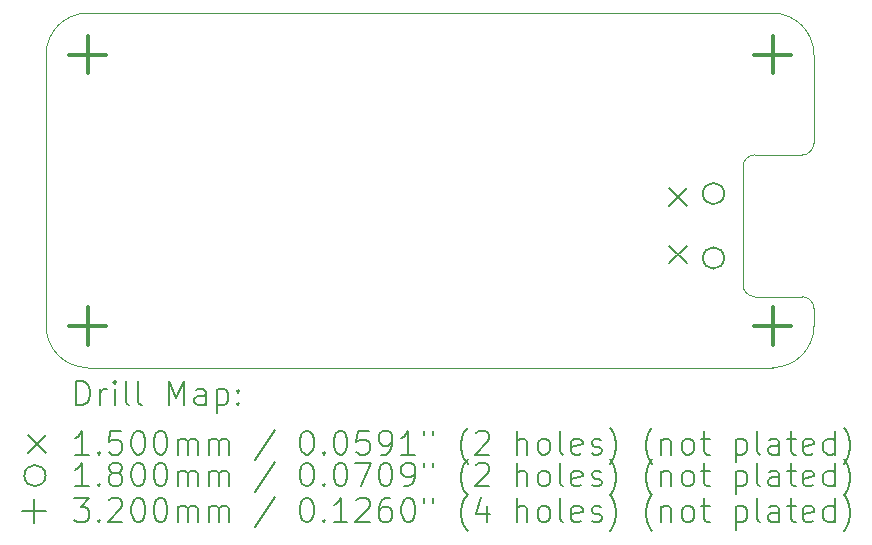
<source format=gbr>
%TF.GenerationSoftware,KiCad,Pcbnew,8.0.3-8.0.3-0~ubuntu22.04.1*%
%TF.CreationDate,2025-01-19T16:51:54+01:00*%
%TF.ProjectId,ADC_pHAT_AFE_ADC10080,4144435f-7048-4415-945f-4146455f4144,rev?*%
%TF.SameCoordinates,PX5cbead0PY5705d50*%
%TF.FileFunction,Drillmap*%
%TF.FilePolarity,Positive*%
%FSLAX45Y45*%
G04 Gerber Fmt 4.5, Leading zero omitted, Abs format (unit mm)*
G04 Created by KiCad (PCBNEW 8.0.3-8.0.3-0~ubuntu22.04.1) date 2025-01-19 16:51:54*
%MOMM*%
%LPD*%
G01*
G04 APERTURE LIST*
%ADD10C,0.100000*%
%ADD11C,0.200000*%
%ADD12C,0.150000*%
%ADD13C,0.180000*%
%ADD14C,0.320000*%
G04 APERTURE END LIST*
D10*
X6500000Y350000D02*
G75*
G02*
X6150000Y0I-350000J0D01*
G01*
X6150000Y0D02*
X350000Y0D01*
X5900000Y1700000D02*
G75*
G02*
X6000000Y1800000I100000J0D01*
G01*
X6000000Y1800000D02*
X6400000Y1800000D01*
X6400000Y600000D02*
G75*
G02*
X6500000Y500000I0J-100000D01*
G01*
X0Y350000D02*
X0Y2650000D01*
X6150000Y3000000D02*
G75*
G02*
X6500000Y2650000I0J-350000D01*
G01*
X5900000Y700000D02*
X5900000Y1700000D01*
X6500000Y1900000D02*
G75*
G02*
X6400000Y1800000I-100000J0D01*
G01*
X6000000Y600000D02*
G75*
G02*
X5900000Y700000I0J100000D01*
G01*
X0Y2650000D02*
G75*
G02*
X350000Y3000000I350000J0D01*
G01*
X350000Y3000000D02*
X6150000Y3000000D01*
X6400000Y600000D02*
X6000000Y600000D01*
X350000Y0D02*
G75*
G02*
X0Y350000I0J350000D01*
G01*
X6500000Y2650000D02*
X6500000Y1900000D01*
X6500000Y500000D02*
X6500000Y350000D01*
D11*
D12*
X5272000Y1517500D02*
X5422000Y1367500D01*
X5422000Y1517500D02*
X5272000Y1367500D01*
X5272000Y1032500D02*
X5422000Y882500D01*
X5422000Y1032500D02*
X5272000Y882500D01*
D13*
X5740000Y1472500D02*
G75*
G02*
X5560000Y1472500I-90000J0D01*
G01*
X5560000Y1472500D02*
G75*
G02*
X5740000Y1472500I90000J0D01*
G01*
X5740000Y927500D02*
G75*
G02*
X5560000Y927500I-90000J0D01*
G01*
X5560000Y927500D02*
G75*
G02*
X5740000Y927500I90000J0D01*
G01*
D14*
X350000Y2810000D02*
X350000Y2490000D01*
X190000Y2650000D02*
X510000Y2650000D01*
X350000Y510000D02*
X350000Y190000D01*
X190000Y350000D02*
X510000Y350000D01*
X6150000Y2810000D02*
X6150000Y2490000D01*
X5990000Y2650000D02*
X6310000Y2650000D01*
X6150000Y510000D02*
X6150000Y190000D01*
X5990000Y350000D02*
X6310000Y350000D01*
D11*
X255777Y-316484D02*
X255777Y-116484D01*
X255777Y-116484D02*
X303396Y-116484D01*
X303396Y-116484D02*
X331967Y-126008D01*
X331967Y-126008D02*
X351015Y-145055D01*
X351015Y-145055D02*
X360539Y-164103D01*
X360539Y-164103D02*
X370062Y-202198D01*
X370062Y-202198D02*
X370062Y-230769D01*
X370062Y-230769D02*
X360539Y-268865D01*
X360539Y-268865D02*
X351015Y-287912D01*
X351015Y-287912D02*
X331967Y-306960D01*
X331967Y-306960D02*
X303396Y-316484D01*
X303396Y-316484D02*
X255777Y-316484D01*
X455777Y-316484D02*
X455777Y-183150D01*
X455777Y-221246D02*
X465301Y-202198D01*
X465301Y-202198D02*
X474824Y-192674D01*
X474824Y-192674D02*
X493872Y-183150D01*
X493872Y-183150D02*
X512920Y-183150D01*
X579586Y-316484D02*
X579586Y-183150D01*
X579586Y-116484D02*
X570063Y-126008D01*
X570063Y-126008D02*
X579586Y-135531D01*
X579586Y-135531D02*
X589110Y-126008D01*
X589110Y-126008D02*
X579586Y-116484D01*
X579586Y-116484D02*
X579586Y-135531D01*
X703396Y-316484D02*
X684348Y-306960D01*
X684348Y-306960D02*
X674824Y-287912D01*
X674824Y-287912D02*
X674824Y-116484D01*
X808158Y-316484D02*
X789110Y-306960D01*
X789110Y-306960D02*
X779586Y-287912D01*
X779586Y-287912D02*
X779586Y-116484D01*
X1036729Y-316484D02*
X1036729Y-116484D01*
X1036729Y-116484D02*
X1103396Y-259341D01*
X1103396Y-259341D02*
X1170063Y-116484D01*
X1170063Y-116484D02*
X1170063Y-316484D01*
X1351015Y-316484D02*
X1351015Y-211722D01*
X1351015Y-211722D02*
X1341491Y-192674D01*
X1341491Y-192674D02*
X1322444Y-183150D01*
X1322444Y-183150D02*
X1284348Y-183150D01*
X1284348Y-183150D02*
X1265301Y-192674D01*
X1351015Y-306960D02*
X1331967Y-316484D01*
X1331967Y-316484D02*
X1284348Y-316484D01*
X1284348Y-316484D02*
X1265301Y-306960D01*
X1265301Y-306960D02*
X1255777Y-287912D01*
X1255777Y-287912D02*
X1255777Y-268865D01*
X1255777Y-268865D02*
X1265301Y-249817D01*
X1265301Y-249817D02*
X1284348Y-240293D01*
X1284348Y-240293D02*
X1331967Y-240293D01*
X1331967Y-240293D02*
X1351015Y-230769D01*
X1446253Y-183150D02*
X1446253Y-383150D01*
X1446253Y-192674D02*
X1465301Y-183150D01*
X1465301Y-183150D02*
X1503396Y-183150D01*
X1503396Y-183150D02*
X1522443Y-192674D01*
X1522443Y-192674D02*
X1531967Y-202198D01*
X1531967Y-202198D02*
X1541491Y-221246D01*
X1541491Y-221246D02*
X1541491Y-278389D01*
X1541491Y-278389D02*
X1531967Y-297436D01*
X1531967Y-297436D02*
X1522443Y-306960D01*
X1522443Y-306960D02*
X1503396Y-316484D01*
X1503396Y-316484D02*
X1465301Y-316484D01*
X1465301Y-316484D02*
X1446253Y-306960D01*
X1627205Y-297436D02*
X1636729Y-306960D01*
X1636729Y-306960D02*
X1627205Y-316484D01*
X1627205Y-316484D02*
X1617682Y-306960D01*
X1617682Y-306960D02*
X1627205Y-297436D01*
X1627205Y-297436D02*
X1627205Y-316484D01*
X1627205Y-192674D02*
X1636729Y-202198D01*
X1636729Y-202198D02*
X1627205Y-211722D01*
X1627205Y-211722D02*
X1617682Y-202198D01*
X1617682Y-202198D02*
X1627205Y-192674D01*
X1627205Y-192674D02*
X1627205Y-211722D01*
D12*
X-155000Y-570000D02*
X-5000Y-720000D01*
X-5000Y-570000D02*
X-155000Y-720000D01*
D11*
X360539Y-736484D02*
X246253Y-736484D01*
X303396Y-736484D02*
X303396Y-536484D01*
X303396Y-536484D02*
X284348Y-565055D01*
X284348Y-565055D02*
X265301Y-584103D01*
X265301Y-584103D02*
X246253Y-593627D01*
X446253Y-717436D02*
X455777Y-726960D01*
X455777Y-726960D02*
X446253Y-736484D01*
X446253Y-736484D02*
X436729Y-726960D01*
X436729Y-726960D02*
X446253Y-717436D01*
X446253Y-717436D02*
X446253Y-736484D01*
X636729Y-536484D02*
X541491Y-536484D01*
X541491Y-536484D02*
X531967Y-631722D01*
X531967Y-631722D02*
X541491Y-622198D01*
X541491Y-622198D02*
X560539Y-612674D01*
X560539Y-612674D02*
X608158Y-612674D01*
X608158Y-612674D02*
X627205Y-622198D01*
X627205Y-622198D02*
X636729Y-631722D01*
X636729Y-631722D02*
X646253Y-650770D01*
X646253Y-650770D02*
X646253Y-698389D01*
X646253Y-698389D02*
X636729Y-717436D01*
X636729Y-717436D02*
X627205Y-726960D01*
X627205Y-726960D02*
X608158Y-736484D01*
X608158Y-736484D02*
X560539Y-736484D01*
X560539Y-736484D02*
X541491Y-726960D01*
X541491Y-726960D02*
X531967Y-717436D01*
X770062Y-536484D02*
X789110Y-536484D01*
X789110Y-536484D02*
X808158Y-546008D01*
X808158Y-546008D02*
X817682Y-555531D01*
X817682Y-555531D02*
X827205Y-574579D01*
X827205Y-574579D02*
X836729Y-612674D01*
X836729Y-612674D02*
X836729Y-660293D01*
X836729Y-660293D02*
X827205Y-698389D01*
X827205Y-698389D02*
X817682Y-717436D01*
X817682Y-717436D02*
X808158Y-726960D01*
X808158Y-726960D02*
X789110Y-736484D01*
X789110Y-736484D02*
X770062Y-736484D01*
X770062Y-736484D02*
X751015Y-726960D01*
X751015Y-726960D02*
X741491Y-717436D01*
X741491Y-717436D02*
X731967Y-698389D01*
X731967Y-698389D02*
X722443Y-660293D01*
X722443Y-660293D02*
X722443Y-612674D01*
X722443Y-612674D02*
X731967Y-574579D01*
X731967Y-574579D02*
X741491Y-555531D01*
X741491Y-555531D02*
X751015Y-546008D01*
X751015Y-546008D02*
X770062Y-536484D01*
X960539Y-536484D02*
X979586Y-536484D01*
X979586Y-536484D02*
X998634Y-546008D01*
X998634Y-546008D02*
X1008158Y-555531D01*
X1008158Y-555531D02*
X1017682Y-574579D01*
X1017682Y-574579D02*
X1027205Y-612674D01*
X1027205Y-612674D02*
X1027205Y-660293D01*
X1027205Y-660293D02*
X1017682Y-698389D01*
X1017682Y-698389D02*
X1008158Y-717436D01*
X1008158Y-717436D02*
X998634Y-726960D01*
X998634Y-726960D02*
X979586Y-736484D01*
X979586Y-736484D02*
X960539Y-736484D01*
X960539Y-736484D02*
X941491Y-726960D01*
X941491Y-726960D02*
X931967Y-717436D01*
X931967Y-717436D02*
X922443Y-698389D01*
X922443Y-698389D02*
X912920Y-660293D01*
X912920Y-660293D02*
X912920Y-612674D01*
X912920Y-612674D02*
X922443Y-574579D01*
X922443Y-574579D02*
X931967Y-555531D01*
X931967Y-555531D02*
X941491Y-546008D01*
X941491Y-546008D02*
X960539Y-536484D01*
X1112920Y-736484D02*
X1112920Y-603150D01*
X1112920Y-622198D02*
X1122444Y-612674D01*
X1122444Y-612674D02*
X1141491Y-603150D01*
X1141491Y-603150D02*
X1170063Y-603150D01*
X1170063Y-603150D02*
X1189110Y-612674D01*
X1189110Y-612674D02*
X1198634Y-631722D01*
X1198634Y-631722D02*
X1198634Y-736484D01*
X1198634Y-631722D02*
X1208158Y-612674D01*
X1208158Y-612674D02*
X1227205Y-603150D01*
X1227205Y-603150D02*
X1255777Y-603150D01*
X1255777Y-603150D02*
X1274825Y-612674D01*
X1274825Y-612674D02*
X1284348Y-631722D01*
X1284348Y-631722D02*
X1284348Y-736484D01*
X1379586Y-736484D02*
X1379586Y-603150D01*
X1379586Y-622198D02*
X1389110Y-612674D01*
X1389110Y-612674D02*
X1408158Y-603150D01*
X1408158Y-603150D02*
X1436729Y-603150D01*
X1436729Y-603150D02*
X1455777Y-612674D01*
X1455777Y-612674D02*
X1465301Y-631722D01*
X1465301Y-631722D02*
X1465301Y-736484D01*
X1465301Y-631722D02*
X1474824Y-612674D01*
X1474824Y-612674D02*
X1493872Y-603150D01*
X1493872Y-603150D02*
X1522443Y-603150D01*
X1522443Y-603150D02*
X1541491Y-612674D01*
X1541491Y-612674D02*
X1551015Y-631722D01*
X1551015Y-631722D02*
X1551015Y-736484D01*
X1941491Y-526960D02*
X1770063Y-784103D01*
X2198634Y-536484D02*
X2217682Y-536484D01*
X2217682Y-536484D02*
X2236729Y-546008D01*
X2236729Y-546008D02*
X2246253Y-555531D01*
X2246253Y-555531D02*
X2255777Y-574579D01*
X2255777Y-574579D02*
X2265301Y-612674D01*
X2265301Y-612674D02*
X2265301Y-660293D01*
X2265301Y-660293D02*
X2255777Y-698389D01*
X2255777Y-698389D02*
X2246253Y-717436D01*
X2246253Y-717436D02*
X2236729Y-726960D01*
X2236729Y-726960D02*
X2217682Y-736484D01*
X2217682Y-736484D02*
X2198634Y-736484D01*
X2198634Y-736484D02*
X2179587Y-726960D01*
X2179587Y-726960D02*
X2170063Y-717436D01*
X2170063Y-717436D02*
X2160539Y-698389D01*
X2160539Y-698389D02*
X2151015Y-660293D01*
X2151015Y-660293D02*
X2151015Y-612674D01*
X2151015Y-612674D02*
X2160539Y-574579D01*
X2160539Y-574579D02*
X2170063Y-555531D01*
X2170063Y-555531D02*
X2179587Y-546008D01*
X2179587Y-546008D02*
X2198634Y-536484D01*
X2351015Y-717436D02*
X2360539Y-726960D01*
X2360539Y-726960D02*
X2351015Y-736484D01*
X2351015Y-736484D02*
X2341491Y-726960D01*
X2341491Y-726960D02*
X2351015Y-717436D01*
X2351015Y-717436D02*
X2351015Y-736484D01*
X2484348Y-536484D02*
X2503396Y-536484D01*
X2503396Y-536484D02*
X2522444Y-546008D01*
X2522444Y-546008D02*
X2531968Y-555531D01*
X2531968Y-555531D02*
X2541491Y-574579D01*
X2541491Y-574579D02*
X2551015Y-612674D01*
X2551015Y-612674D02*
X2551015Y-660293D01*
X2551015Y-660293D02*
X2541491Y-698389D01*
X2541491Y-698389D02*
X2531968Y-717436D01*
X2531968Y-717436D02*
X2522444Y-726960D01*
X2522444Y-726960D02*
X2503396Y-736484D01*
X2503396Y-736484D02*
X2484348Y-736484D01*
X2484348Y-736484D02*
X2465301Y-726960D01*
X2465301Y-726960D02*
X2455777Y-717436D01*
X2455777Y-717436D02*
X2446253Y-698389D01*
X2446253Y-698389D02*
X2436729Y-660293D01*
X2436729Y-660293D02*
X2436729Y-612674D01*
X2436729Y-612674D02*
X2446253Y-574579D01*
X2446253Y-574579D02*
X2455777Y-555531D01*
X2455777Y-555531D02*
X2465301Y-546008D01*
X2465301Y-546008D02*
X2484348Y-536484D01*
X2731968Y-536484D02*
X2636729Y-536484D01*
X2636729Y-536484D02*
X2627206Y-631722D01*
X2627206Y-631722D02*
X2636729Y-622198D01*
X2636729Y-622198D02*
X2655777Y-612674D01*
X2655777Y-612674D02*
X2703396Y-612674D01*
X2703396Y-612674D02*
X2722444Y-622198D01*
X2722444Y-622198D02*
X2731968Y-631722D01*
X2731968Y-631722D02*
X2741491Y-650770D01*
X2741491Y-650770D02*
X2741491Y-698389D01*
X2741491Y-698389D02*
X2731968Y-717436D01*
X2731968Y-717436D02*
X2722444Y-726960D01*
X2722444Y-726960D02*
X2703396Y-736484D01*
X2703396Y-736484D02*
X2655777Y-736484D01*
X2655777Y-736484D02*
X2636729Y-726960D01*
X2636729Y-726960D02*
X2627206Y-717436D01*
X2836729Y-736484D02*
X2874825Y-736484D01*
X2874825Y-736484D02*
X2893872Y-726960D01*
X2893872Y-726960D02*
X2903396Y-717436D01*
X2903396Y-717436D02*
X2922444Y-688865D01*
X2922444Y-688865D02*
X2931967Y-650770D01*
X2931967Y-650770D02*
X2931967Y-574579D01*
X2931967Y-574579D02*
X2922444Y-555531D01*
X2922444Y-555531D02*
X2912920Y-546008D01*
X2912920Y-546008D02*
X2893872Y-536484D01*
X2893872Y-536484D02*
X2855777Y-536484D01*
X2855777Y-536484D02*
X2836729Y-546008D01*
X2836729Y-546008D02*
X2827206Y-555531D01*
X2827206Y-555531D02*
X2817682Y-574579D01*
X2817682Y-574579D02*
X2817682Y-622198D01*
X2817682Y-622198D02*
X2827206Y-641246D01*
X2827206Y-641246D02*
X2836729Y-650770D01*
X2836729Y-650770D02*
X2855777Y-660293D01*
X2855777Y-660293D02*
X2893872Y-660293D01*
X2893872Y-660293D02*
X2912920Y-650770D01*
X2912920Y-650770D02*
X2922444Y-641246D01*
X2922444Y-641246D02*
X2931967Y-622198D01*
X3122444Y-736484D02*
X3008158Y-736484D01*
X3065301Y-736484D02*
X3065301Y-536484D01*
X3065301Y-536484D02*
X3046253Y-565055D01*
X3046253Y-565055D02*
X3027206Y-584103D01*
X3027206Y-584103D02*
X3008158Y-593627D01*
X3198634Y-536484D02*
X3198634Y-574579D01*
X3274825Y-536484D02*
X3274825Y-574579D01*
X3570063Y-812674D02*
X3560539Y-803150D01*
X3560539Y-803150D02*
X3541491Y-774579D01*
X3541491Y-774579D02*
X3531968Y-755531D01*
X3531968Y-755531D02*
X3522444Y-726960D01*
X3522444Y-726960D02*
X3512920Y-679341D01*
X3512920Y-679341D02*
X3512920Y-641246D01*
X3512920Y-641246D02*
X3522444Y-593627D01*
X3522444Y-593627D02*
X3531968Y-565055D01*
X3531968Y-565055D02*
X3541491Y-546008D01*
X3541491Y-546008D02*
X3560539Y-517436D01*
X3560539Y-517436D02*
X3570063Y-507912D01*
X3636729Y-555531D02*
X3646253Y-546008D01*
X3646253Y-546008D02*
X3665301Y-536484D01*
X3665301Y-536484D02*
X3712920Y-536484D01*
X3712920Y-536484D02*
X3731968Y-546008D01*
X3731968Y-546008D02*
X3741491Y-555531D01*
X3741491Y-555531D02*
X3751015Y-574579D01*
X3751015Y-574579D02*
X3751015Y-593627D01*
X3751015Y-593627D02*
X3741491Y-622198D01*
X3741491Y-622198D02*
X3627206Y-736484D01*
X3627206Y-736484D02*
X3751015Y-736484D01*
X3989110Y-736484D02*
X3989110Y-536484D01*
X4074825Y-736484D02*
X4074825Y-631722D01*
X4074825Y-631722D02*
X4065301Y-612674D01*
X4065301Y-612674D02*
X4046253Y-603150D01*
X4046253Y-603150D02*
X4017682Y-603150D01*
X4017682Y-603150D02*
X3998634Y-612674D01*
X3998634Y-612674D02*
X3989110Y-622198D01*
X4198634Y-736484D02*
X4179587Y-726960D01*
X4179587Y-726960D02*
X4170063Y-717436D01*
X4170063Y-717436D02*
X4160539Y-698389D01*
X4160539Y-698389D02*
X4160539Y-641246D01*
X4160539Y-641246D02*
X4170063Y-622198D01*
X4170063Y-622198D02*
X4179587Y-612674D01*
X4179587Y-612674D02*
X4198634Y-603150D01*
X4198634Y-603150D02*
X4227206Y-603150D01*
X4227206Y-603150D02*
X4246253Y-612674D01*
X4246253Y-612674D02*
X4255777Y-622198D01*
X4255777Y-622198D02*
X4265301Y-641246D01*
X4265301Y-641246D02*
X4265301Y-698389D01*
X4265301Y-698389D02*
X4255777Y-717436D01*
X4255777Y-717436D02*
X4246253Y-726960D01*
X4246253Y-726960D02*
X4227206Y-736484D01*
X4227206Y-736484D02*
X4198634Y-736484D01*
X4379587Y-736484D02*
X4360539Y-726960D01*
X4360539Y-726960D02*
X4351015Y-707912D01*
X4351015Y-707912D02*
X4351015Y-536484D01*
X4531968Y-726960D02*
X4512920Y-736484D01*
X4512920Y-736484D02*
X4474825Y-736484D01*
X4474825Y-736484D02*
X4455777Y-726960D01*
X4455777Y-726960D02*
X4446253Y-707912D01*
X4446253Y-707912D02*
X4446253Y-631722D01*
X4446253Y-631722D02*
X4455777Y-612674D01*
X4455777Y-612674D02*
X4474825Y-603150D01*
X4474825Y-603150D02*
X4512920Y-603150D01*
X4512920Y-603150D02*
X4531968Y-612674D01*
X4531968Y-612674D02*
X4541492Y-631722D01*
X4541492Y-631722D02*
X4541492Y-650770D01*
X4541492Y-650770D02*
X4446253Y-669817D01*
X4617682Y-726960D02*
X4636730Y-736484D01*
X4636730Y-736484D02*
X4674825Y-736484D01*
X4674825Y-736484D02*
X4693873Y-726960D01*
X4693873Y-726960D02*
X4703396Y-707912D01*
X4703396Y-707912D02*
X4703396Y-698389D01*
X4703396Y-698389D02*
X4693873Y-679341D01*
X4693873Y-679341D02*
X4674825Y-669817D01*
X4674825Y-669817D02*
X4646253Y-669817D01*
X4646253Y-669817D02*
X4627206Y-660293D01*
X4627206Y-660293D02*
X4617682Y-641246D01*
X4617682Y-641246D02*
X4617682Y-631722D01*
X4617682Y-631722D02*
X4627206Y-612674D01*
X4627206Y-612674D02*
X4646253Y-603150D01*
X4646253Y-603150D02*
X4674825Y-603150D01*
X4674825Y-603150D02*
X4693873Y-612674D01*
X4770063Y-812674D02*
X4779587Y-803150D01*
X4779587Y-803150D02*
X4798634Y-774579D01*
X4798634Y-774579D02*
X4808158Y-755531D01*
X4808158Y-755531D02*
X4817682Y-726960D01*
X4817682Y-726960D02*
X4827206Y-679341D01*
X4827206Y-679341D02*
X4827206Y-641246D01*
X4827206Y-641246D02*
X4817682Y-593627D01*
X4817682Y-593627D02*
X4808158Y-565055D01*
X4808158Y-565055D02*
X4798634Y-546008D01*
X4798634Y-546008D02*
X4779587Y-517436D01*
X4779587Y-517436D02*
X4770063Y-507912D01*
X5131968Y-812674D02*
X5122444Y-803150D01*
X5122444Y-803150D02*
X5103396Y-774579D01*
X5103396Y-774579D02*
X5093873Y-755531D01*
X5093873Y-755531D02*
X5084349Y-726960D01*
X5084349Y-726960D02*
X5074825Y-679341D01*
X5074825Y-679341D02*
X5074825Y-641246D01*
X5074825Y-641246D02*
X5084349Y-593627D01*
X5084349Y-593627D02*
X5093873Y-565055D01*
X5093873Y-565055D02*
X5103396Y-546008D01*
X5103396Y-546008D02*
X5122444Y-517436D01*
X5122444Y-517436D02*
X5131968Y-507912D01*
X5208158Y-603150D02*
X5208158Y-736484D01*
X5208158Y-622198D02*
X5217682Y-612674D01*
X5217682Y-612674D02*
X5236730Y-603150D01*
X5236730Y-603150D02*
X5265301Y-603150D01*
X5265301Y-603150D02*
X5284349Y-612674D01*
X5284349Y-612674D02*
X5293873Y-631722D01*
X5293873Y-631722D02*
X5293873Y-736484D01*
X5417682Y-736484D02*
X5398634Y-726960D01*
X5398634Y-726960D02*
X5389111Y-717436D01*
X5389111Y-717436D02*
X5379587Y-698389D01*
X5379587Y-698389D02*
X5379587Y-641246D01*
X5379587Y-641246D02*
X5389111Y-622198D01*
X5389111Y-622198D02*
X5398634Y-612674D01*
X5398634Y-612674D02*
X5417682Y-603150D01*
X5417682Y-603150D02*
X5446254Y-603150D01*
X5446254Y-603150D02*
X5465301Y-612674D01*
X5465301Y-612674D02*
X5474825Y-622198D01*
X5474825Y-622198D02*
X5484349Y-641246D01*
X5484349Y-641246D02*
X5484349Y-698389D01*
X5484349Y-698389D02*
X5474825Y-717436D01*
X5474825Y-717436D02*
X5465301Y-726960D01*
X5465301Y-726960D02*
X5446254Y-736484D01*
X5446254Y-736484D02*
X5417682Y-736484D01*
X5541492Y-603150D02*
X5617682Y-603150D01*
X5570063Y-536484D02*
X5570063Y-707912D01*
X5570063Y-707912D02*
X5579587Y-726960D01*
X5579587Y-726960D02*
X5598634Y-736484D01*
X5598634Y-736484D02*
X5617682Y-736484D01*
X5836730Y-603150D02*
X5836730Y-803150D01*
X5836730Y-612674D02*
X5855777Y-603150D01*
X5855777Y-603150D02*
X5893873Y-603150D01*
X5893873Y-603150D02*
X5912920Y-612674D01*
X5912920Y-612674D02*
X5922444Y-622198D01*
X5922444Y-622198D02*
X5931968Y-641246D01*
X5931968Y-641246D02*
X5931968Y-698389D01*
X5931968Y-698389D02*
X5922444Y-717436D01*
X5922444Y-717436D02*
X5912920Y-726960D01*
X5912920Y-726960D02*
X5893873Y-736484D01*
X5893873Y-736484D02*
X5855777Y-736484D01*
X5855777Y-736484D02*
X5836730Y-726960D01*
X6046253Y-736484D02*
X6027206Y-726960D01*
X6027206Y-726960D02*
X6017682Y-707912D01*
X6017682Y-707912D02*
X6017682Y-536484D01*
X6208158Y-736484D02*
X6208158Y-631722D01*
X6208158Y-631722D02*
X6198634Y-612674D01*
X6198634Y-612674D02*
X6179587Y-603150D01*
X6179587Y-603150D02*
X6141492Y-603150D01*
X6141492Y-603150D02*
X6122444Y-612674D01*
X6208158Y-726960D02*
X6189111Y-736484D01*
X6189111Y-736484D02*
X6141492Y-736484D01*
X6141492Y-736484D02*
X6122444Y-726960D01*
X6122444Y-726960D02*
X6112920Y-707912D01*
X6112920Y-707912D02*
X6112920Y-688865D01*
X6112920Y-688865D02*
X6122444Y-669817D01*
X6122444Y-669817D02*
X6141492Y-660293D01*
X6141492Y-660293D02*
X6189111Y-660293D01*
X6189111Y-660293D02*
X6208158Y-650770D01*
X6274825Y-603150D02*
X6351015Y-603150D01*
X6303396Y-536484D02*
X6303396Y-707912D01*
X6303396Y-707912D02*
X6312920Y-726960D01*
X6312920Y-726960D02*
X6331968Y-736484D01*
X6331968Y-736484D02*
X6351015Y-736484D01*
X6493873Y-726960D02*
X6474825Y-736484D01*
X6474825Y-736484D02*
X6436730Y-736484D01*
X6436730Y-736484D02*
X6417682Y-726960D01*
X6417682Y-726960D02*
X6408158Y-707912D01*
X6408158Y-707912D02*
X6408158Y-631722D01*
X6408158Y-631722D02*
X6417682Y-612674D01*
X6417682Y-612674D02*
X6436730Y-603150D01*
X6436730Y-603150D02*
X6474825Y-603150D01*
X6474825Y-603150D02*
X6493873Y-612674D01*
X6493873Y-612674D02*
X6503396Y-631722D01*
X6503396Y-631722D02*
X6503396Y-650770D01*
X6503396Y-650770D02*
X6408158Y-669817D01*
X6674825Y-736484D02*
X6674825Y-536484D01*
X6674825Y-726960D02*
X6655777Y-736484D01*
X6655777Y-736484D02*
X6617682Y-736484D01*
X6617682Y-736484D02*
X6598634Y-726960D01*
X6598634Y-726960D02*
X6589111Y-717436D01*
X6589111Y-717436D02*
X6579587Y-698389D01*
X6579587Y-698389D02*
X6579587Y-641246D01*
X6579587Y-641246D02*
X6589111Y-622198D01*
X6589111Y-622198D02*
X6598634Y-612674D01*
X6598634Y-612674D02*
X6617682Y-603150D01*
X6617682Y-603150D02*
X6655777Y-603150D01*
X6655777Y-603150D02*
X6674825Y-612674D01*
X6751015Y-812674D02*
X6760539Y-803150D01*
X6760539Y-803150D02*
X6779587Y-774579D01*
X6779587Y-774579D02*
X6789111Y-755531D01*
X6789111Y-755531D02*
X6798634Y-726960D01*
X6798634Y-726960D02*
X6808158Y-679341D01*
X6808158Y-679341D02*
X6808158Y-641246D01*
X6808158Y-641246D02*
X6798634Y-593627D01*
X6798634Y-593627D02*
X6789111Y-565055D01*
X6789111Y-565055D02*
X6779587Y-546008D01*
X6779587Y-546008D02*
X6760539Y-517436D01*
X6760539Y-517436D02*
X6751015Y-507912D01*
D13*
X-5000Y-915000D02*
G75*
G02*
X-185000Y-915000I-90000J0D01*
G01*
X-185000Y-915000D02*
G75*
G02*
X-5000Y-915000I90000J0D01*
G01*
D11*
X360539Y-1006484D02*
X246253Y-1006484D01*
X303396Y-1006484D02*
X303396Y-806484D01*
X303396Y-806484D02*
X284348Y-835055D01*
X284348Y-835055D02*
X265301Y-854103D01*
X265301Y-854103D02*
X246253Y-863627D01*
X446253Y-987436D02*
X455777Y-996960D01*
X455777Y-996960D02*
X446253Y-1006484D01*
X446253Y-1006484D02*
X436729Y-996960D01*
X436729Y-996960D02*
X446253Y-987436D01*
X446253Y-987436D02*
X446253Y-1006484D01*
X570063Y-892198D02*
X551015Y-882674D01*
X551015Y-882674D02*
X541491Y-873150D01*
X541491Y-873150D02*
X531967Y-854103D01*
X531967Y-854103D02*
X531967Y-844579D01*
X531967Y-844579D02*
X541491Y-825531D01*
X541491Y-825531D02*
X551015Y-816008D01*
X551015Y-816008D02*
X570063Y-806484D01*
X570063Y-806484D02*
X608158Y-806484D01*
X608158Y-806484D02*
X627205Y-816008D01*
X627205Y-816008D02*
X636729Y-825531D01*
X636729Y-825531D02*
X646253Y-844579D01*
X646253Y-844579D02*
X646253Y-854103D01*
X646253Y-854103D02*
X636729Y-873150D01*
X636729Y-873150D02*
X627205Y-882674D01*
X627205Y-882674D02*
X608158Y-892198D01*
X608158Y-892198D02*
X570063Y-892198D01*
X570063Y-892198D02*
X551015Y-901722D01*
X551015Y-901722D02*
X541491Y-911246D01*
X541491Y-911246D02*
X531967Y-930293D01*
X531967Y-930293D02*
X531967Y-968388D01*
X531967Y-968388D02*
X541491Y-987436D01*
X541491Y-987436D02*
X551015Y-996960D01*
X551015Y-996960D02*
X570063Y-1006484D01*
X570063Y-1006484D02*
X608158Y-1006484D01*
X608158Y-1006484D02*
X627205Y-996960D01*
X627205Y-996960D02*
X636729Y-987436D01*
X636729Y-987436D02*
X646253Y-968388D01*
X646253Y-968388D02*
X646253Y-930293D01*
X646253Y-930293D02*
X636729Y-911246D01*
X636729Y-911246D02*
X627205Y-901722D01*
X627205Y-901722D02*
X608158Y-892198D01*
X770062Y-806484D02*
X789110Y-806484D01*
X789110Y-806484D02*
X808158Y-816008D01*
X808158Y-816008D02*
X817682Y-825531D01*
X817682Y-825531D02*
X827205Y-844579D01*
X827205Y-844579D02*
X836729Y-882674D01*
X836729Y-882674D02*
X836729Y-930293D01*
X836729Y-930293D02*
X827205Y-968388D01*
X827205Y-968388D02*
X817682Y-987436D01*
X817682Y-987436D02*
X808158Y-996960D01*
X808158Y-996960D02*
X789110Y-1006484D01*
X789110Y-1006484D02*
X770062Y-1006484D01*
X770062Y-1006484D02*
X751015Y-996960D01*
X751015Y-996960D02*
X741491Y-987436D01*
X741491Y-987436D02*
X731967Y-968388D01*
X731967Y-968388D02*
X722443Y-930293D01*
X722443Y-930293D02*
X722443Y-882674D01*
X722443Y-882674D02*
X731967Y-844579D01*
X731967Y-844579D02*
X741491Y-825531D01*
X741491Y-825531D02*
X751015Y-816008D01*
X751015Y-816008D02*
X770062Y-806484D01*
X960539Y-806484D02*
X979586Y-806484D01*
X979586Y-806484D02*
X998634Y-816008D01*
X998634Y-816008D02*
X1008158Y-825531D01*
X1008158Y-825531D02*
X1017682Y-844579D01*
X1017682Y-844579D02*
X1027205Y-882674D01*
X1027205Y-882674D02*
X1027205Y-930293D01*
X1027205Y-930293D02*
X1017682Y-968388D01*
X1017682Y-968388D02*
X1008158Y-987436D01*
X1008158Y-987436D02*
X998634Y-996960D01*
X998634Y-996960D02*
X979586Y-1006484D01*
X979586Y-1006484D02*
X960539Y-1006484D01*
X960539Y-1006484D02*
X941491Y-996960D01*
X941491Y-996960D02*
X931967Y-987436D01*
X931967Y-987436D02*
X922443Y-968388D01*
X922443Y-968388D02*
X912920Y-930293D01*
X912920Y-930293D02*
X912920Y-882674D01*
X912920Y-882674D02*
X922443Y-844579D01*
X922443Y-844579D02*
X931967Y-825531D01*
X931967Y-825531D02*
X941491Y-816008D01*
X941491Y-816008D02*
X960539Y-806484D01*
X1112920Y-1006484D02*
X1112920Y-873150D01*
X1112920Y-892198D02*
X1122444Y-882674D01*
X1122444Y-882674D02*
X1141491Y-873150D01*
X1141491Y-873150D02*
X1170063Y-873150D01*
X1170063Y-873150D02*
X1189110Y-882674D01*
X1189110Y-882674D02*
X1198634Y-901722D01*
X1198634Y-901722D02*
X1198634Y-1006484D01*
X1198634Y-901722D02*
X1208158Y-882674D01*
X1208158Y-882674D02*
X1227205Y-873150D01*
X1227205Y-873150D02*
X1255777Y-873150D01*
X1255777Y-873150D02*
X1274825Y-882674D01*
X1274825Y-882674D02*
X1284348Y-901722D01*
X1284348Y-901722D02*
X1284348Y-1006484D01*
X1379586Y-1006484D02*
X1379586Y-873150D01*
X1379586Y-892198D02*
X1389110Y-882674D01*
X1389110Y-882674D02*
X1408158Y-873150D01*
X1408158Y-873150D02*
X1436729Y-873150D01*
X1436729Y-873150D02*
X1455777Y-882674D01*
X1455777Y-882674D02*
X1465301Y-901722D01*
X1465301Y-901722D02*
X1465301Y-1006484D01*
X1465301Y-901722D02*
X1474824Y-882674D01*
X1474824Y-882674D02*
X1493872Y-873150D01*
X1493872Y-873150D02*
X1522443Y-873150D01*
X1522443Y-873150D02*
X1541491Y-882674D01*
X1541491Y-882674D02*
X1551015Y-901722D01*
X1551015Y-901722D02*
X1551015Y-1006484D01*
X1941491Y-796960D02*
X1770063Y-1054103D01*
X2198634Y-806484D02*
X2217682Y-806484D01*
X2217682Y-806484D02*
X2236729Y-816008D01*
X2236729Y-816008D02*
X2246253Y-825531D01*
X2246253Y-825531D02*
X2255777Y-844579D01*
X2255777Y-844579D02*
X2265301Y-882674D01*
X2265301Y-882674D02*
X2265301Y-930293D01*
X2265301Y-930293D02*
X2255777Y-968388D01*
X2255777Y-968388D02*
X2246253Y-987436D01*
X2246253Y-987436D02*
X2236729Y-996960D01*
X2236729Y-996960D02*
X2217682Y-1006484D01*
X2217682Y-1006484D02*
X2198634Y-1006484D01*
X2198634Y-1006484D02*
X2179587Y-996960D01*
X2179587Y-996960D02*
X2170063Y-987436D01*
X2170063Y-987436D02*
X2160539Y-968388D01*
X2160539Y-968388D02*
X2151015Y-930293D01*
X2151015Y-930293D02*
X2151015Y-882674D01*
X2151015Y-882674D02*
X2160539Y-844579D01*
X2160539Y-844579D02*
X2170063Y-825531D01*
X2170063Y-825531D02*
X2179587Y-816008D01*
X2179587Y-816008D02*
X2198634Y-806484D01*
X2351015Y-987436D02*
X2360539Y-996960D01*
X2360539Y-996960D02*
X2351015Y-1006484D01*
X2351015Y-1006484D02*
X2341491Y-996960D01*
X2341491Y-996960D02*
X2351015Y-987436D01*
X2351015Y-987436D02*
X2351015Y-1006484D01*
X2484348Y-806484D02*
X2503396Y-806484D01*
X2503396Y-806484D02*
X2522444Y-816008D01*
X2522444Y-816008D02*
X2531968Y-825531D01*
X2531968Y-825531D02*
X2541491Y-844579D01*
X2541491Y-844579D02*
X2551015Y-882674D01*
X2551015Y-882674D02*
X2551015Y-930293D01*
X2551015Y-930293D02*
X2541491Y-968388D01*
X2541491Y-968388D02*
X2531968Y-987436D01*
X2531968Y-987436D02*
X2522444Y-996960D01*
X2522444Y-996960D02*
X2503396Y-1006484D01*
X2503396Y-1006484D02*
X2484348Y-1006484D01*
X2484348Y-1006484D02*
X2465301Y-996960D01*
X2465301Y-996960D02*
X2455777Y-987436D01*
X2455777Y-987436D02*
X2446253Y-968388D01*
X2446253Y-968388D02*
X2436729Y-930293D01*
X2436729Y-930293D02*
X2436729Y-882674D01*
X2436729Y-882674D02*
X2446253Y-844579D01*
X2446253Y-844579D02*
X2455777Y-825531D01*
X2455777Y-825531D02*
X2465301Y-816008D01*
X2465301Y-816008D02*
X2484348Y-806484D01*
X2617682Y-806484D02*
X2751015Y-806484D01*
X2751015Y-806484D02*
X2665301Y-1006484D01*
X2865301Y-806484D02*
X2884348Y-806484D01*
X2884348Y-806484D02*
X2903396Y-816008D01*
X2903396Y-816008D02*
X2912920Y-825531D01*
X2912920Y-825531D02*
X2922444Y-844579D01*
X2922444Y-844579D02*
X2931967Y-882674D01*
X2931967Y-882674D02*
X2931967Y-930293D01*
X2931967Y-930293D02*
X2922444Y-968388D01*
X2922444Y-968388D02*
X2912920Y-987436D01*
X2912920Y-987436D02*
X2903396Y-996960D01*
X2903396Y-996960D02*
X2884348Y-1006484D01*
X2884348Y-1006484D02*
X2865301Y-1006484D01*
X2865301Y-1006484D02*
X2846253Y-996960D01*
X2846253Y-996960D02*
X2836729Y-987436D01*
X2836729Y-987436D02*
X2827206Y-968388D01*
X2827206Y-968388D02*
X2817682Y-930293D01*
X2817682Y-930293D02*
X2817682Y-882674D01*
X2817682Y-882674D02*
X2827206Y-844579D01*
X2827206Y-844579D02*
X2836729Y-825531D01*
X2836729Y-825531D02*
X2846253Y-816008D01*
X2846253Y-816008D02*
X2865301Y-806484D01*
X3027206Y-1006484D02*
X3065301Y-1006484D01*
X3065301Y-1006484D02*
X3084348Y-996960D01*
X3084348Y-996960D02*
X3093872Y-987436D01*
X3093872Y-987436D02*
X3112920Y-958865D01*
X3112920Y-958865D02*
X3122444Y-920769D01*
X3122444Y-920769D02*
X3122444Y-844579D01*
X3122444Y-844579D02*
X3112920Y-825531D01*
X3112920Y-825531D02*
X3103396Y-816008D01*
X3103396Y-816008D02*
X3084348Y-806484D01*
X3084348Y-806484D02*
X3046253Y-806484D01*
X3046253Y-806484D02*
X3027206Y-816008D01*
X3027206Y-816008D02*
X3017682Y-825531D01*
X3017682Y-825531D02*
X3008158Y-844579D01*
X3008158Y-844579D02*
X3008158Y-892198D01*
X3008158Y-892198D02*
X3017682Y-911246D01*
X3017682Y-911246D02*
X3027206Y-920769D01*
X3027206Y-920769D02*
X3046253Y-930293D01*
X3046253Y-930293D02*
X3084348Y-930293D01*
X3084348Y-930293D02*
X3103396Y-920769D01*
X3103396Y-920769D02*
X3112920Y-911246D01*
X3112920Y-911246D02*
X3122444Y-892198D01*
X3198634Y-806484D02*
X3198634Y-844579D01*
X3274825Y-806484D02*
X3274825Y-844579D01*
X3570063Y-1082674D02*
X3560539Y-1073150D01*
X3560539Y-1073150D02*
X3541491Y-1044579D01*
X3541491Y-1044579D02*
X3531968Y-1025531D01*
X3531968Y-1025531D02*
X3522444Y-996960D01*
X3522444Y-996960D02*
X3512920Y-949341D01*
X3512920Y-949341D02*
X3512920Y-911246D01*
X3512920Y-911246D02*
X3522444Y-863627D01*
X3522444Y-863627D02*
X3531968Y-835055D01*
X3531968Y-835055D02*
X3541491Y-816008D01*
X3541491Y-816008D02*
X3560539Y-787436D01*
X3560539Y-787436D02*
X3570063Y-777912D01*
X3636729Y-825531D02*
X3646253Y-816008D01*
X3646253Y-816008D02*
X3665301Y-806484D01*
X3665301Y-806484D02*
X3712920Y-806484D01*
X3712920Y-806484D02*
X3731968Y-816008D01*
X3731968Y-816008D02*
X3741491Y-825531D01*
X3741491Y-825531D02*
X3751015Y-844579D01*
X3751015Y-844579D02*
X3751015Y-863627D01*
X3751015Y-863627D02*
X3741491Y-892198D01*
X3741491Y-892198D02*
X3627206Y-1006484D01*
X3627206Y-1006484D02*
X3751015Y-1006484D01*
X3989110Y-1006484D02*
X3989110Y-806484D01*
X4074825Y-1006484D02*
X4074825Y-901722D01*
X4074825Y-901722D02*
X4065301Y-882674D01*
X4065301Y-882674D02*
X4046253Y-873150D01*
X4046253Y-873150D02*
X4017682Y-873150D01*
X4017682Y-873150D02*
X3998634Y-882674D01*
X3998634Y-882674D02*
X3989110Y-892198D01*
X4198634Y-1006484D02*
X4179587Y-996960D01*
X4179587Y-996960D02*
X4170063Y-987436D01*
X4170063Y-987436D02*
X4160539Y-968388D01*
X4160539Y-968388D02*
X4160539Y-911246D01*
X4160539Y-911246D02*
X4170063Y-892198D01*
X4170063Y-892198D02*
X4179587Y-882674D01*
X4179587Y-882674D02*
X4198634Y-873150D01*
X4198634Y-873150D02*
X4227206Y-873150D01*
X4227206Y-873150D02*
X4246253Y-882674D01*
X4246253Y-882674D02*
X4255777Y-892198D01*
X4255777Y-892198D02*
X4265301Y-911246D01*
X4265301Y-911246D02*
X4265301Y-968388D01*
X4265301Y-968388D02*
X4255777Y-987436D01*
X4255777Y-987436D02*
X4246253Y-996960D01*
X4246253Y-996960D02*
X4227206Y-1006484D01*
X4227206Y-1006484D02*
X4198634Y-1006484D01*
X4379587Y-1006484D02*
X4360539Y-996960D01*
X4360539Y-996960D02*
X4351015Y-977912D01*
X4351015Y-977912D02*
X4351015Y-806484D01*
X4531968Y-996960D02*
X4512920Y-1006484D01*
X4512920Y-1006484D02*
X4474825Y-1006484D01*
X4474825Y-1006484D02*
X4455777Y-996960D01*
X4455777Y-996960D02*
X4446253Y-977912D01*
X4446253Y-977912D02*
X4446253Y-901722D01*
X4446253Y-901722D02*
X4455777Y-882674D01*
X4455777Y-882674D02*
X4474825Y-873150D01*
X4474825Y-873150D02*
X4512920Y-873150D01*
X4512920Y-873150D02*
X4531968Y-882674D01*
X4531968Y-882674D02*
X4541492Y-901722D01*
X4541492Y-901722D02*
X4541492Y-920769D01*
X4541492Y-920769D02*
X4446253Y-939817D01*
X4617682Y-996960D02*
X4636730Y-1006484D01*
X4636730Y-1006484D02*
X4674825Y-1006484D01*
X4674825Y-1006484D02*
X4693873Y-996960D01*
X4693873Y-996960D02*
X4703396Y-977912D01*
X4703396Y-977912D02*
X4703396Y-968388D01*
X4703396Y-968388D02*
X4693873Y-949341D01*
X4693873Y-949341D02*
X4674825Y-939817D01*
X4674825Y-939817D02*
X4646253Y-939817D01*
X4646253Y-939817D02*
X4627206Y-930293D01*
X4627206Y-930293D02*
X4617682Y-911246D01*
X4617682Y-911246D02*
X4617682Y-901722D01*
X4617682Y-901722D02*
X4627206Y-882674D01*
X4627206Y-882674D02*
X4646253Y-873150D01*
X4646253Y-873150D02*
X4674825Y-873150D01*
X4674825Y-873150D02*
X4693873Y-882674D01*
X4770063Y-1082674D02*
X4779587Y-1073150D01*
X4779587Y-1073150D02*
X4798634Y-1044579D01*
X4798634Y-1044579D02*
X4808158Y-1025531D01*
X4808158Y-1025531D02*
X4817682Y-996960D01*
X4817682Y-996960D02*
X4827206Y-949341D01*
X4827206Y-949341D02*
X4827206Y-911246D01*
X4827206Y-911246D02*
X4817682Y-863627D01*
X4817682Y-863627D02*
X4808158Y-835055D01*
X4808158Y-835055D02*
X4798634Y-816008D01*
X4798634Y-816008D02*
X4779587Y-787436D01*
X4779587Y-787436D02*
X4770063Y-777912D01*
X5131968Y-1082674D02*
X5122444Y-1073150D01*
X5122444Y-1073150D02*
X5103396Y-1044579D01*
X5103396Y-1044579D02*
X5093873Y-1025531D01*
X5093873Y-1025531D02*
X5084349Y-996960D01*
X5084349Y-996960D02*
X5074825Y-949341D01*
X5074825Y-949341D02*
X5074825Y-911246D01*
X5074825Y-911246D02*
X5084349Y-863627D01*
X5084349Y-863627D02*
X5093873Y-835055D01*
X5093873Y-835055D02*
X5103396Y-816008D01*
X5103396Y-816008D02*
X5122444Y-787436D01*
X5122444Y-787436D02*
X5131968Y-777912D01*
X5208158Y-873150D02*
X5208158Y-1006484D01*
X5208158Y-892198D02*
X5217682Y-882674D01*
X5217682Y-882674D02*
X5236730Y-873150D01*
X5236730Y-873150D02*
X5265301Y-873150D01*
X5265301Y-873150D02*
X5284349Y-882674D01*
X5284349Y-882674D02*
X5293873Y-901722D01*
X5293873Y-901722D02*
X5293873Y-1006484D01*
X5417682Y-1006484D02*
X5398634Y-996960D01*
X5398634Y-996960D02*
X5389111Y-987436D01*
X5389111Y-987436D02*
X5379587Y-968388D01*
X5379587Y-968388D02*
X5379587Y-911246D01*
X5379587Y-911246D02*
X5389111Y-892198D01*
X5389111Y-892198D02*
X5398634Y-882674D01*
X5398634Y-882674D02*
X5417682Y-873150D01*
X5417682Y-873150D02*
X5446254Y-873150D01*
X5446254Y-873150D02*
X5465301Y-882674D01*
X5465301Y-882674D02*
X5474825Y-892198D01*
X5474825Y-892198D02*
X5484349Y-911246D01*
X5484349Y-911246D02*
X5484349Y-968388D01*
X5484349Y-968388D02*
X5474825Y-987436D01*
X5474825Y-987436D02*
X5465301Y-996960D01*
X5465301Y-996960D02*
X5446254Y-1006484D01*
X5446254Y-1006484D02*
X5417682Y-1006484D01*
X5541492Y-873150D02*
X5617682Y-873150D01*
X5570063Y-806484D02*
X5570063Y-977912D01*
X5570063Y-977912D02*
X5579587Y-996960D01*
X5579587Y-996960D02*
X5598634Y-1006484D01*
X5598634Y-1006484D02*
X5617682Y-1006484D01*
X5836730Y-873150D02*
X5836730Y-1073150D01*
X5836730Y-882674D02*
X5855777Y-873150D01*
X5855777Y-873150D02*
X5893873Y-873150D01*
X5893873Y-873150D02*
X5912920Y-882674D01*
X5912920Y-882674D02*
X5922444Y-892198D01*
X5922444Y-892198D02*
X5931968Y-911246D01*
X5931968Y-911246D02*
X5931968Y-968388D01*
X5931968Y-968388D02*
X5922444Y-987436D01*
X5922444Y-987436D02*
X5912920Y-996960D01*
X5912920Y-996960D02*
X5893873Y-1006484D01*
X5893873Y-1006484D02*
X5855777Y-1006484D01*
X5855777Y-1006484D02*
X5836730Y-996960D01*
X6046253Y-1006484D02*
X6027206Y-996960D01*
X6027206Y-996960D02*
X6017682Y-977912D01*
X6017682Y-977912D02*
X6017682Y-806484D01*
X6208158Y-1006484D02*
X6208158Y-901722D01*
X6208158Y-901722D02*
X6198634Y-882674D01*
X6198634Y-882674D02*
X6179587Y-873150D01*
X6179587Y-873150D02*
X6141492Y-873150D01*
X6141492Y-873150D02*
X6122444Y-882674D01*
X6208158Y-996960D02*
X6189111Y-1006484D01*
X6189111Y-1006484D02*
X6141492Y-1006484D01*
X6141492Y-1006484D02*
X6122444Y-996960D01*
X6122444Y-996960D02*
X6112920Y-977912D01*
X6112920Y-977912D02*
X6112920Y-958865D01*
X6112920Y-958865D02*
X6122444Y-939817D01*
X6122444Y-939817D02*
X6141492Y-930293D01*
X6141492Y-930293D02*
X6189111Y-930293D01*
X6189111Y-930293D02*
X6208158Y-920769D01*
X6274825Y-873150D02*
X6351015Y-873150D01*
X6303396Y-806484D02*
X6303396Y-977912D01*
X6303396Y-977912D02*
X6312920Y-996960D01*
X6312920Y-996960D02*
X6331968Y-1006484D01*
X6331968Y-1006484D02*
X6351015Y-1006484D01*
X6493873Y-996960D02*
X6474825Y-1006484D01*
X6474825Y-1006484D02*
X6436730Y-1006484D01*
X6436730Y-1006484D02*
X6417682Y-996960D01*
X6417682Y-996960D02*
X6408158Y-977912D01*
X6408158Y-977912D02*
X6408158Y-901722D01*
X6408158Y-901722D02*
X6417682Y-882674D01*
X6417682Y-882674D02*
X6436730Y-873150D01*
X6436730Y-873150D02*
X6474825Y-873150D01*
X6474825Y-873150D02*
X6493873Y-882674D01*
X6493873Y-882674D02*
X6503396Y-901722D01*
X6503396Y-901722D02*
X6503396Y-920769D01*
X6503396Y-920769D02*
X6408158Y-939817D01*
X6674825Y-1006484D02*
X6674825Y-806484D01*
X6674825Y-996960D02*
X6655777Y-1006484D01*
X6655777Y-1006484D02*
X6617682Y-1006484D01*
X6617682Y-1006484D02*
X6598634Y-996960D01*
X6598634Y-996960D02*
X6589111Y-987436D01*
X6589111Y-987436D02*
X6579587Y-968388D01*
X6579587Y-968388D02*
X6579587Y-911246D01*
X6579587Y-911246D02*
X6589111Y-892198D01*
X6589111Y-892198D02*
X6598634Y-882674D01*
X6598634Y-882674D02*
X6617682Y-873150D01*
X6617682Y-873150D02*
X6655777Y-873150D01*
X6655777Y-873150D02*
X6674825Y-882674D01*
X6751015Y-1082674D02*
X6760539Y-1073150D01*
X6760539Y-1073150D02*
X6779587Y-1044579D01*
X6779587Y-1044579D02*
X6789111Y-1025531D01*
X6789111Y-1025531D02*
X6798634Y-996960D01*
X6798634Y-996960D02*
X6808158Y-949341D01*
X6808158Y-949341D02*
X6808158Y-911246D01*
X6808158Y-911246D02*
X6798634Y-863627D01*
X6798634Y-863627D02*
X6789111Y-835055D01*
X6789111Y-835055D02*
X6779587Y-816008D01*
X6779587Y-816008D02*
X6760539Y-787436D01*
X6760539Y-787436D02*
X6751015Y-777912D01*
X-105000Y-1115000D02*
X-105000Y-1315000D01*
X-205000Y-1215000D02*
X-5000Y-1215000D01*
X236729Y-1106484D02*
X360539Y-1106484D01*
X360539Y-1106484D02*
X293872Y-1182674D01*
X293872Y-1182674D02*
X322444Y-1182674D01*
X322444Y-1182674D02*
X341491Y-1192198D01*
X341491Y-1192198D02*
X351015Y-1201722D01*
X351015Y-1201722D02*
X360539Y-1220770D01*
X360539Y-1220770D02*
X360539Y-1268389D01*
X360539Y-1268389D02*
X351015Y-1287436D01*
X351015Y-1287436D02*
X341491Y-1296960D01*
X341491Y-1296960D02*
X322444Y-1306484D01*
X322444Y-1306484D02*
X265301Y-1306484D01*
X265301Y-1306484D02*
X246253Y-1296960D01*
X246253Y-1296960D02*
X236729Y-1287436D01*
X446253Y-1287436D02*
X455777Y-1296960D01*
X455777Y-1296960D02*
X446253Y-1306484D01*
X446253Y-1306484D02*
X436729Y-1296960D01*
X436729Y-1296960D02*
X446253Y-1287436D01*
X446253Y-1287436D02*
X446253Y-1306484D01*
X531967Y-1125531D02*
X541491Y-1116008D01*
X541491Y-1116008D02*
X560539Y-1106484D01*
X560539Y-1106484D02*
X608158Y-1106484D01*
X608158Y-1106484D02*
X627205Y-1116008D01*
X627205Y-1116008D02*
X636729Y-1125531D01*
X636729Y-1125531D02*
X646253Y-1144579D01*
X646253Y-1144579D02*
X646253Y-1163627D01*
X646253Y-1163627D02*
X636729Y-1192198D01*
X636729Y-1192198D02*
X522443Y-1306484D01*
X522443Y-1306484D02*
X646253Y-1306484D01*
X770062Y-1106484D02*
X789110Y-1106484D01*
X789110Y-1106484D02*
X808158Y-1116008D01*
X808158Y-1116008D02*
X817682Y-1125531D01*
X817682Y-1125531D02*
X827205Y-1144579D01*
X827205Y-1144579D02*
X836729Y-1182674D01*
X836729Y-1182674D02*
X836729Y-1230293D01*
X836729Y-1230293D02*
X827205Y-1268389D01*
X827205Y-1268389D02*
X817682Y-1287436D01*
X817682Y-1287436D02*
X808158Y-1296960D01*
X808158Y-1296960D02*
X789110Y-1306484D01*
X789110Y-1306484D02*
X770062Y-1306484D01*
X770062Y-1306484D02*
X751015Y-1296960D01*
X751015Y-1296960D02*
X741491Y-1287436D01*
X741491Y-1287436D02*
X731967Y-1268389D01*
X731967Y-1268389D02*
X722443Y-1230293D01*
X722443Y-1230293D02*
X722443Y-1182674D01*
X722443Y-1182674D02*
X731967Y-1144579D01*
X731967Y-1144579D02*
X741491Y-1125531D01*
X741491Y-1125531D02*
X751015Y-1116008D01*
X751015Y-1116008D02*
X770062Y-1106484D01*
X960539Y-1106484D02*
X979586Y-1106484D01*
X979586Y-1106484D02*
X998634Y-1116008D01*
X998634Y-1116008D02*
X1008158Y-1125531D01*
X1008158Y-1125531D02*
X1017682Y-1144579D01*
X1017682Y-1144579D02*
X1027205Y-1182674D01*
X1027205Y-1182674D02*
X1027205Y-1230293D01*
X1027205Y-1230293D02*
X1017682Y-1268389D01*
X1017682Y-1268389D02*
X1008158Y-1287436D01*
X1008158Y-1287436D02*
X998634Y-1296960D01*
X998634Y-1296960D02*
X979586Y-1306484D01*
X979586Y-1306484D02*
X960539Y-1306484D01*
X960539Y-1306484D02*
X941491Y-1296960D01*
X941491Y-1296960D02*
X931967Y-1287436D01*
X931967Y-1287436D02*
X922443Y-1268389D01*
X922443Y-1268389D02*
X912920Y-1230293D01*
X912920Y-1230293D02*
X912920Y-1182674D01*
X912920Y-1182674D02*
X922443Y-1144579D01*
X922443Y-1144579D02*
X931967Y-1125531D01*
X931967Y-1125531D02*
X941491Y-1116008D01*
X941491Y-1116008D02*
X960539Y-1106484D01*
X1112920Y-1306484D02*
X1112920Y-1173150D01*
X1112920Y-1192198D02*
X1122444Y-1182674D01*
X1122444Y-1182674D02*
X1141491Y-1173150D01*
X1141491Y-1173150D02*
X1170063Y-1173150D01*
X1170063Y-1173150D02*
X1189110Y-1182674D01*
X1189110Y-1182674D02*
X1198634Y-1201722D01*
X1198634Y-1201722D02*
X1198634Y-1306484D01*
X1198634Y-1201722D02*
X1208158Y-1182674D01*
X1208158Y-1182674D02*
X1227205Y-1173150D01*
X1227205Y-1173150D02*
X1255777Y-1173150D01*
X1255777Y-1173150D02*
X1274825Y-1182674D01*
X1274825Y-1182674D02*
X1284348Y-1201722D01*
X1284348Y-1201722D02*
X1284348Y-1306484D01*
X1379586Y-1306484D02*
X1379586Y-1173150D01*
X1379586Y-1192198D02*
X1389110Y-1182674D01*
X1389110Y-1182674D02*
X1408158Y-1173150D01*
X1408158Y-1173150D02*
X1436729Y-1173150D01*
X1436729Y-1173150D02*
X1455777Y-1182674D01*
X1455777Y-1182674D02*
X1465301Y-1201722D01*
X1465301Y-1201722D02*
X1465301Y-1306484D01*
X1465301Y-1201722D02*
X1474824Y-1182674D01*
X1474824Y-1182674D02*
X1493872Y-1173150D01*
X1493872Y-1173150D02*
X1522443Y-1173150D01*
X1522443Y-1173150D02*
X1541491Y-1182674D01*
X1541491Y-1182674D02*
X1551015Y-1201722D01*
X1551015Y-1201722D02*
X1551015Y-1306484D01*
X1941491Y-1096960D02*
X1770063Y-1354103D01*
X2198634Y-1106484D02*
X2217682Y-1106484D01*
X2217682Y-1106484D02*
X2236729Y-1116008D01*
X2236729Y-1116008D02*
X2246253Y-1125531D01*
X2246253Y-1125531D02*
X2255777Y-1144579D01*
X2255777Y-1144579D02*
X2265301Y-1182674D01*
X2265301Y-1182674D02*
X2265301Y-1230293D01*
X2265301Y-1230293D02*
X2255777Y-1268389D01*
X2255777Y-1268389D02*
X2246253Y-1287436D01*
X2246253Y-1287436D02*
X2236729Y-1296960D01*
X2236729Y-1296960D02*
X2217682Y-1306484D01*
X2217682Y-1306484D02*
X2198634Y-1306484D01*
X2198634Y-1306484D02*
X2179587Y-1296960D01*
X2179587Y-1296960D02*
X2170063Y-1287436D01*
X2170063Y-1287436D02*
X2160539Y-1268389D01*
X2160539Y-1268389D02*
X2151015Y-1230293D01*
X2151015Y-1230293D02*
X2151015Y-1182674D01*
X2151015Y-1182674D02*
X2160539Y-1144579D01*
X2160539Y-1144579D02*
X2170063Y-1125531D01*
X2170063Y-1125531D02*
X2179587Y-1116008D01*
X2179587Y-1116008D02*
X2198634Y-1106484D01*
X2351015Y-1287436D02*
X2360539Y-1296960D01*
X2360539Y-1296960D02*
X2351015Y-1306484D01*
X2351015Y-1306484D02*
X2341491Y-1296960D01*
X2341491Y-1296960D02*
X2351015Y-1287436D01*
X2351015Y-1287436D02*
X2351015Y-1306484D01*
X2551015Y-1306484D02*
X2436729Y-1306484D01*
X2493872Y-1306484D02*
X2493872Y-1106484D01*
X2493872Y-1106484D02*
X2474825Y-1135055D01*
X2474825Y-1135055D02*
X2455777Y-1154103D01*
X2455777Y-1154103D02*
X2436729Y-1163627D01*
X2627206Y-1125531D02*
X2636729Y-1116008D01*
X2636729Y-1116008D02*
X2655777Y-1106484D01*
X2655777Y-1106484D02*
X2703396Y-1106484D01*
X2703396Y-1106484D02*
X2722444Y-1116008D01*
X2722444Y-1116008D02*
X2731968Y-1125531D01*
X2731968Y-1125531D02*
X2741491Y-1144579D01*
X2741491Y-1144579D02*
X2741491Y-1163627D01*
X2741491Y-1163627D02*
X2731968Y-1192198D01*
X2731968Y-1192198D02*
X2617682Y-1306484D01*
X2617682Y-1306484D02*
X2741491Y-1306484D01*
X2912920Y-1106484D02*
X2874825Y-1106484D01*
X2874825Y-1106484D02*
X2855777Y-1116008D01*
X2855777Y-1116008D02*
X2846253Y-1125531D01*
X2846253Y-1125531D02*
X2827206Y-1154103D01*
X2827206Y-1154103D02*
X2817682Y-1192198D01*
X2817682Y-1192198D02*
X2817682Y-1268389D01*
X2817682Y-1268389D02*
X2827206Y-1287436D01*
X2827206Y-1287436D02*
X2836729Y-1296960D01*
X2836729Y-1296960D02*
X2855777Y-1306484D01*
X2855777Y-1306484D02*
X2893872Y-1306484D01*
X2893872Y-1306484D02*
X2912920Y-1296960D01*
X2912920Y-1296960D02*
X2922444Y-1287436D01*
X2922444Y-1287436D02*
X2931967Y-1268389D01*
X2931967Y-1268389D02*
X2931967Y-1220770D01*
X2931967Y-1220770D02*
X2922444Y-1201722D01*
X2922444Y-1201722D02*
X2912920Y-1192198D01*
X2912920Y-1192198D02*
X2893872Y-1182674D01*
X2893872Y-1182674D02*
X2855777Y-1182674D01*
X2855777Y-1182674D02*
X2836729Y-1192198D01*
X2836729Y-1192198D02*
X2827206Y-1201722D01*
X2827206Y-1201722D02*
X2817682Y-1220770D01*
X3055777Y-1106484D02*
X3074825Y-1106484D01*
X3074825Y-1106484D02*
X3093872Y-1116008D01*
X3093872Y-1116008D02*
X3103396Y-1125531D01*
X3103396Y-1125531D02*
X3112920Y-1144579D01*
X3112920Y-1144579D02*
X3122444Y-1182674D01*
X3122444Y-1182674D02*
X3122444Y-1230293D01*
X3122444Y-1230293D02*
X3112920Y-1268389D01*
X3112920Y-1268389D02*
X3103396Y-1287436D01*
X3103396Y-1287436D02*
X3093872Y-1296960D01*
X3093872Y-1296960D02*
X3074825Y-1306484D01*
X3074825Y-1306484D02*
X3055777Y-1306484D01*
X3055777Y-1306484D02*
X3036729Y-1296960D01*
X3036729Y-1296960D02*
X3027206Y-1287436D01*
X3027206Y-1287436D02*
X3017682Y-1268389D01*
X3017682Y-1268389D02*
X3008158Y-1230293D01*
X3008158Y-1230293D02*
X3008158Y-1182674D01*
X3008158Y-1182674D02*
X3017682Y-1144579D01*
X3017682Y-1144579D02*
X3027206Y-1125531D01*
X3027206Y-1125531D02*
X3036729Y-1116008D01*
X3036729Y-1116008D02*
X3055777Y-1106484D01*
X3198634Y-1106484D02*
X3198634Y-1144579D01*
X3274825Y-1106484D02*
X3274825Y-1144579D01*
X3570063Y-1382674D02*
X3560539Y-1373150D01*
X3560539Y-1373150D02*
X3541491Y-1344579D01*
X3541491Y-1344579D02*
X3531968Y-1325531D01*
X3531968Y-1325531D02*
X3522444Y-1296960D01*
X3522444Y-1296960D02*
X3512920Y-1249341D01*
X3512920Y-1249341D02*
X3512920Y-1211246D01*
X3512920Y-1211246D02*
X3522444Y-1163627D01*
X3522444Y-1163627D02*
X3531968Y-1135055D01*
X3531968Y-1135055D02*
X3541491Y-1116008D01*
X3541491Y-1116008D02*
X3560539Y-1087436D01*
X3560539Y-1087436D02*
X3570063Y-1077912D01*
X3731968Y-1173150D02*
X3731968Y-1306484D01*
X3684348Y-1096960D02*
X3636729Y-1239817D01*
X3636729Y-1239817D02*
X3760539Y-1239817D01*
X3989110Y-1306484D02*
X3989110Y-1106484D01*
X4074825Y-1306484D02*
X4074825Y-1201722D01*
X4074825Y-1201722D02*
X4065301Y-1182674D01*
X4065301Y-1182674D02*
X4046253Y-1173150D01*
X4046253Y-1173150D02*
X4017682Y-1173150D01*
X4017682Y-1173150D02*
X3998634Y-1182674D01*
X3998634Y-1182674D02*
X3989110Y-1192198D01*
X4198634Y-1306484D02*
X4179587Y-1296960D01*
X4179587Y-1296960D02*
X4170063Y-1287436D01*
X4170063Y-1287436D02*
X4160539Y-1268389D01*
X4160539Y-1268389D02*
X4160539Y-1211246D01*
X4160539Y-1211246D02*
X4170063Y-1192198D01*
X4170063Y-1192198D02*
X4179587Y-1182674D01*
X4179587Y-1182674D02*
X4198634Y-1173150D01*
X4198634Y-1173150D02*
X4227206Y-1173150D01*
X4227206Y-1173150D02*
X4246253Y-1182674D01*
X4246253Y-1182674D02*
X4255777Y-1192198D01*
X4255777Y-1192198D02*
X4265301Y-1211246D01*
X4265301Y-1211246D02*
X4265301Y-1268389D01*
X4265301Y-1268389D02*
X4255777Y-1287436D01*
X4255777Y-1287436D02*
X4246253Y-1296960D01*
X4246253Y-1296960D02*
X4227206Y-1306484D01*
X4227206Y-1306484D02*
X4198634Y-1306484D01*
X4379587Y-1306484D02*
X4360539Y-1296960D01*
X4360539Y-1296960D02*
X4351015Y-1277912D01*
X4351015Y-1277912D02*
X4351015Y-1106484D01*
X4531968Y-1296960D02*
X4512920Y-1306484D01*
X4512920Y-1306484D02*
X4474825Y-1306484D01*
X4474825Y-1306484D02*
X4455777Y-1296960D01*
X4455777Y-1296960D02*
X4446253Y-1277912D01*
X4446253Y-1277912D02*
X4446253Y-1201722D01*
X4446253Y-1201722D02*
X4455777Y-1182674D01*
X4455777Y-1182674D02*
X4474825Y-1173150D01*
X4474825Y-1173150D02*
X4512920Y-1173150D01*
X4512920Y-1173150D02*
X4531968Y-1182674D01*
X4531968Y-1182674D02*
X4541492Y-1201722D01*
X4541492Y-1201722D02*
X4541492Y-1220770D01*
X4541492Y-1220770D02*
X4446253Y-1239817D01*
X4617682Y-1296960D02*
X4636730Y-1306484D01*
X4636730Y-1306484D02*
X4674825Y-1306484D01*
X4674825Y-1306484D02*
X4693873Y-1296960D01*
X4693873Y-1296960D02*
X4703396Y-1277912D01*
X4703396Y-1277912D02*
X4703396Y-1268389D01*
X4703396Y-1268389D02*
X4693873Y-1249341D01*
X4693873Y-1249341D02*
X4674825Y-1239817D01*
X4674825Y-1239817D02*
X4646253Y-1239817D01*
X4646253Y-1239817D02*
X4627206Y-1230293D01*
X4627206Y-1230293D02*
X4617682Y-1211246D01*
X4617682Y-1211246D02*
X4617682Y-1201722D01*
X4617682Y-1201722D02*
X4627206Y-1182674D01*
X4627206Y-1182674D02*
X4646253Y-1173150D01*
X4646253Y-1173150D02*
X4674825Y-1173150D01*
X4674825Y-1173150D02*
X4693873Y-1182674D01*
X4770063Y-1382674D02*
X4779587Y-1373150D01*
X4779587Y-1373150D02*
X4798634Y-1344579D01*
X4798634Y-1344579D02*
X4808158Y-1325531D01*
X4808158Y-1325531D02*
X4817682Y-1296960D01*
X4817682Y-1296960D02*
X4827206Y-1249341D01*
X4827206Y-1249341D02*
X4827206Y-1211246D01*
X4827206Y-1211246D02*
X4817682Y-1163627D01*
X4817682Y-1163627D02*
X4808158Y-1135055D01*
X4808158Y-1135055D02*
X4798634Y-1116008D01*
X4798634Y-1116008D02*
X4779587Y-1087436D01*
X4779587Y-1087436D02*
X4770063Y-1077912D01*
X5131968Y-1382674D02*
X5122444Y-1373150D01*
X5122444Y-1373150D02*
X5103396Y-1344579D01*
X5103396Y-1344579D02*
X5093873Y-1325531D01*
X5093873Y-1325531D02*
X5084349Y-1296960D01*
X5084349Y-1296960D02*
X5074825Y-1249341D01*
X5074825Y-1249341D02*
X5074825Y-1211246D01*
X5074825Y-1211246D02*
X5084349Y-1163627D01*
X5084349Y-1163627D02*
X5093873Y-1135055D01*
X5093873Y-1135055D02*
X5103396Y-1116008D01*
X5103396Y-1116008D02*
X5122444Y-1087436D01*
X5122444Y-1087436D02*
X5131968Y-1077912D01*
X5208158Y-1173150D02*
X5208158Y-1306484D01*
X5208158Y-1192198D02*
X5217682Y-1182674D01*
X5217682Y-1182674D02*
X5236730Y-1173150D01*
X5236730Y-1173150D02*
X5265301Y-1173150D01*
X5265301Y-1173150D02*
X5284349Y-1182674D01*
X5284349Y-1182674D02*
X5293873Y-1201722D01*
X5293873Y-1201722D02*
X5293873Y-1306484D01*
X5417682Y-1306484D02*
X5398634Y-1296960D01*
X5398634Y-1296960D02*
X5389111Y-1287436D01*
X5389111Y-1287436D02*
X5379587Y-1268389D01*
X5379587Y-1268389D02*
X5379587Y-1211246D01*
X5379587Y-1211246D02*
X5389111Y-1192198D01*
X5389111Y-1192198D02*
X5398634Y-1182674D01*
X5398634Y-1182674D02*
X5417682Y-1173150D01*
X5417682Y-1173150D02*
X5446254Y-1173150D01*
X5446254Y-1173150D02*
X5465301Y-1182674D01*
X5465301Y-1182674D02*
X5474825Y-1192198D01*
X5474825Y-1192198D02*
X5484349Y-1211246D01*
X5484349Y-1211246D02*
X5484349Y-1268389D01*
X5484349Y-1268389D02*
X5474825Y-1287436D01*
X5474825Y-1287436D02*
X5465301Y-1296960D01*
X5465301Y-1296960D02*
X5446254Y-1306484D01*
X5446254Y-1306484D02*
X5417682Y-1306484D01*
X5541492Y-1173150D02*
X5617682Y-1173150D01*
X5570063Y-1106484D02*
X5570063Y-1277912D01*
X5570063Y-1277912D02*
X5579587Y-1296960D01*
X5579587Y-1296960D02*
X5598634Y-1306484D01*
X5598634Y-1306484D02*
X5617682Y-1306484D01*
X5836730Y-1173150D02*
X5836730Y-1373150D01*
X5836730Y-1182674D02*
X5855777Y-1173150D01*
X5855777Y-1173150D02*
X5893873Y-1173150D01*
X5893873Y-1173150D02*
X5912920Y-1182674D01*
X5912920Y-1182674D02*
X5922444Y-1192198D01*
X5922444Y-1192198D02*
X5931968Y-1211246D01*
X5931968Y-1211246D02*
X5931968Y-1268389D01*
X5931968Y-1268389D02*
X5922444Y-1287436D01*
X5922444Y-1287436D02*
X5912920Y-1296960D01*
X5912920Y-1296960D02*
X5893873Y-1306484D01*
X5893873Y-1306484D02*
X5855777Y-1306484D01*
X5855777Y-1306484D02*
X5836730Y-1296960D01*
X6046253Y-1306484D02*
X6027206Y-1296960D01*
X6027206Y-1296960D02*
X6017682Y-1277912D01*
X6017682Y-1277912D02*
X6017682Y-1106484D01*
X6208158Y-1306484D02*
X6208158Y-1201722D01*
X6208158Y-1201722D02*
X6198634Y-1182674D01*
X6198634Y-1182674D02*
X6179587Y-1173150D01*
X6179587Y-1173150D02*
X6141492Y-1173150D01*
X6141492Y-1173150D02*
X6122444Y-1182674D01*
X6208158Y-1296960D02*
X6189111Y-1306484D01*
X6189111Y-1306484D02*
X6141492Y-1306484D01*
X6141492Y-1306484D02*
X6122444Y-1296960D01*
X6122444Y-1296960D02*
X6112920Y-1277912D01*
X6112920Y-1277912D02*
X6112920Y-1258865D01*
X6112920Y-1258865D02*
X6122444Y-1239817D01*
X6122444Y-1239817D02*
X6141492Y-1230293D01*
X6141492Y-1230293D02*
X6189111Y-1230293D01*
X6189111Y-1230293D02*
X6208158Y-1220770D01*
X6274825Y-1173150D02*
X6351015Y-1173150D01*
X6303396Y-1106484D02*
X6303396Y-1277912D01*
X6303396Y-1277912D02*
X6312920Y-1296960D01*
X6312920Y-1296960D02*
X6331968Y-1306484D01*
X6331968Y-1306484D02*
X6351015Y-1306484D01*
X6493873Y-1296960D02*
X6474825Y-1306484D01*
X6474825Y-1306484D02*
X6436730Y-1306484D01*
X6436730Y-1306484D02*
X6417682Y-1296960D01*
X6417682Y-1296960D02*
X6408158Y-1277912D01*
X6408158Y-1277912D02*
X6408158Y-1201722D01*
X6408158Y-1201722D02*
X6417682Y-1182674D01*
X6417682Y-1182674D02*
X6436730Y-1173150D01*
X6436730Y-1173150D02*
X6474825Y-1173150D01*
X6474825Y-1173150D02*
X6493873Y-1182674D01*
X6493873Y-1182674D02*
X6503396Y-1201722D01*
X6503396Y-1201722D02*
X6503396Y-1220770D01*
X6503396Y-1220770D02*
X6408158Y-1239817D01*
X6674825Y-1306484D02*
X6674825Y-1106484D01*
X6674825Y-1296960D02*
X6655777Y-1306484D01*
X6655777Y-1306484D02*
X6617682Y-1306484D01*
X6617682Y-1306484D02*
X6598634Y-1296960D01*
X6598634Y-1296960D02*
X6589111Y-1287436D01*
X6589111Y-1287436D02*
X6579587Y-1268389D01*
X6579587Y-1268389D02*
X6579587Y-1211246D01*
X6579587Y-1211246D02*
X6589111Y-1192198D01*
X6589111Y-1192198D02*
X6598634Y-1182674D01*
X6598634Y-1182674D02*
X6617682Y-1173150D01*
X6617682Y-1173150D02*
X6655777Y-1173150D01*
X6655777Y-1173150D02*
X6674825Y-1182674D01*
X6751015Y-1382674D02*
X6760539Y-1373150D01*
X6760539Y-1373150D02*
X6779587Y-1344579D01*
X6779587Y-1344579D02*
X6789111Y-1325531D01*
X6789111Y-1325531D02*
X6798634Y-1296960D01*
X6798634Y-1296960D02*
X6808158Y-1249341D01*
X6808158Y-1249341D02*
X6808158Y-1211246D01*
X6808158Y-1211246D02*
X6798634Y-1163627D01*
X6798634Y-1163627D02*
X6789111Y-1135055D01*
X6789111Y-1135055D02*
X6779587Y-1116008D01*
X6779587Y-1116008D02*
X6760539Y-1087436D01*
X6760539Y-1087436D02*
X6751015Y-1077912D01*
M02*

</source>
